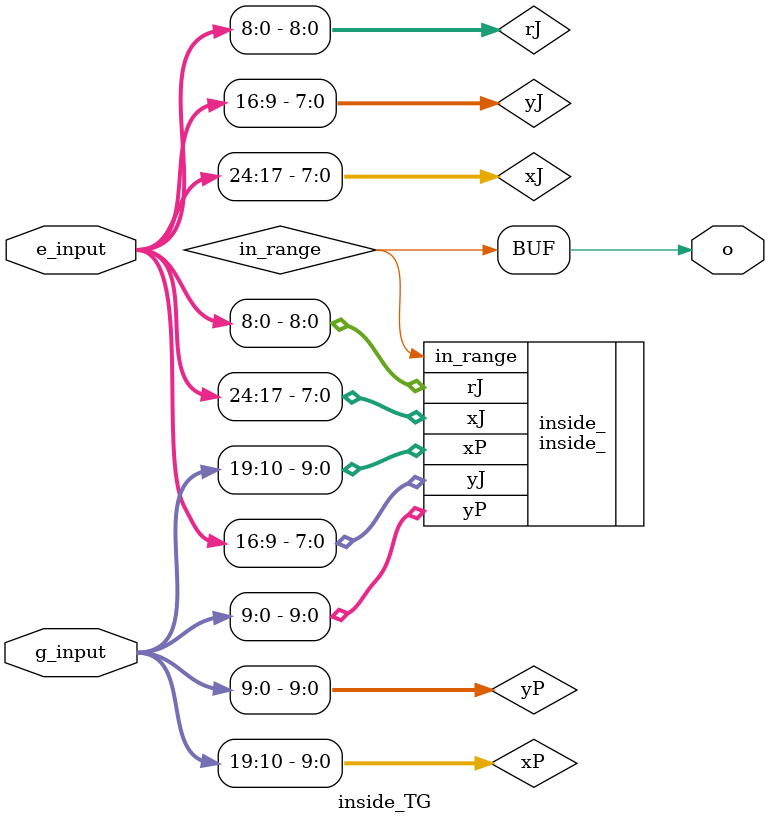
<source format=v>
`timescale 1ns / 1ps

module inside_TG #(parameter N = 8)(
	input	[2*N+3:0]	g_input,
	input	[3*N:0]		e_input,
	output				o
    );
	 
	wire	signed	[N+1:0]	xP, yP;
	wire	signed	[N-1:0]	xJ, yJ;
	wire	signed	[N:0]	rJ;
	wire					in_range;	

	assign 	xP	=	g_input[2*N+3:N+2];
	assign 	yP	=	g_input[N+1:0];			
	assign	xJ	=	e_input[3*N:2*N+1];
	assign	yJ	=	e_input[2*N:N+1];
	assign	rJ	=	e_input[N:0];
	assign	o	=	in_range;
	
	inside_ #(.N(N)) inside_ (
		.xP(xP),
		.yP(yP),
		.xJ(xJ),
		.yJ(yJ),
		.rJ(rJ),
		.in_range(in_range)
	);
	
endmodule
</source>
